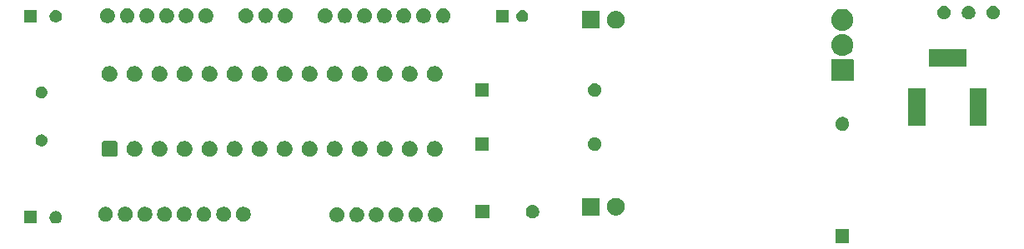
<source format=gbs>
G04 #@! TF.GenerationSoftware,KiCad,Pcbnew,9.0.3*
G04 #@! TF.CreationDate,2025-08-08T01:45:00-07:00*
G04 #@! TF.ProjectId,Untitled,556e7469-746c-4656-942e-6b696361645f,rev?*
G04 #@! TF.SameCoordinates,Original*
G04 #@! TF.FileFunction,Soldermask,Bot*
G04 #@! TF.FilePolarity,Negative*
%FSLAX46Y46*%
G04 Gerber Fmt 4.6, Leading zero omitted, Abs format (unit mm)*
G04 Created by KiCad (PCBNEW 9.0.3) date 2025-08-08 01:45:00*
%MOMM*%
%LPD*%
G01*
G04 APERTURE LIST*
G04 APERTURE END LIST*
G36*
X176843500Y-117575500D02*
G01*
X175446500Y-117575500D01*
X175446500Y-116178500D01*
X176843500Y-116178500D01*
X176843500Y-117575500D01*
G37*
G36*
X94365000Y-115589000D02*
G01*
X93095000Y-115589000D01*
X93095000Y-114319000D01*
X94365000Y-114319000D01*
X94365000Y-115589000D01*
G37*
G36*
X96454331Y-114346343D02*
G01*
X96569337Y-114393980D01*
X96672840Y-114463138D01*
X96760862Y-114551160D01*
X96830020Y-114654663D01*
X96877657Y-114769669D01*
X96901942Y-114891759D01*
X96901942Y-115016241D01*
X96877657Y-115138331D01*
X96830020Y-115253337D01*
X96760862Y-115356840D01*
X96672840Y-115444862D01*
X96569337Y-115514020D01*
X96454331Y-115561657D01*
X96332241Y-115585942D01*
X96207759Y-115585942D01*
X96085669Y-115561657D01*
X95970663Y-115514020D01*
X95867160Y-115444862D01*
X95779138Y-115356840D01*
X95709980Y-115253337D01*
X95662343Y-115138331D01*
X95638058Y-115016241D01*
X95638058Y-114891759D01*
X95662343Y-114769669D01*
X95709980Y-114654663D01*
X95779138Y-114551160D01*
X95867160Y-114463138D01*
X95970663Y-114393980D01*
X96085669Y-114346343D01*
X96207759Y-114322058D01*
X96332241Y-114322058D01*
X96454331Y-114346343D01*
G37*
G36*
X125044455Y-113976553D02*
G01*
X125181376Y-114033268D01*
X125304601Y-114115604D01*
X125409396Y-114220399D01*
X125491732Y-114343624D01*
X125548447Y-114480545D01*
X125577360Y-114625899D01*
X125577360Y-114774101D01*
X125548447Y-114919455D01*
X125491732Y-115056376D01*
X125409396Y-115179601D01*
X125304601Y-115284396D01*
X125181376Y-115366732D01*
X125044455Y-115423447D01*
X124899101Y-115452360D01*
X124750899Y-115452360D01*
X124605545Y-115423447D01*
X124468624Y-115366732D01*
X124345399Y-115284396D01*
X124240604Y-115179601D01*
X124158268Y-115056376D01*
X124101553Y-114919455D01*
X124072640Y-114774101D01*
X124072640Y-114625899D01*
X124101553Y-114480545D01*
X124158268Y-114343624D01*
X124240604Y-114220399D01*
X124345399Y-114115604D01*
X124468624Y-114033268D01*
X124605545Y-113976553D01*
X124750899Y-113947640D01*
X124899101Y-113947640D01*
X125044455Y-113976553D01*
G37*
G36*
X127044455Y-113976553D02*
G01*
X127181376Y-114033268D01*
X127304601Y-114115604D01*
X127409396Y-114220399D01*
X127491732Y-114343624D01*
X127548447Y-114480545D01*
X127577360Y-114625899D01*
X127577360Y-114774101D01*
X127548447Y-114919455D01*
X127491732Y-115056376D01*
X127409396Y-115179601D01*
X127304601Y-115284396D01*
X127181376Y-115366732D01*
X127044455Y-115423447D01*
X126899101Y-115452360D01*
X126750899Y-115452360D01*
X126605545Y-115423447D01*
X126468624Y-115366732D01*
X126345399Y-115284396D01*
X126240604Y-115179601D01*
X126158268Y-115056376D01*
X126101553Y-114919455D01*
X126072640Y-114774101D01*
X126072640Y-114625899D01*
X126101553Y-114480545D01*
X126158268Y-114343624D01*
X126240604Y-114220399D01*
X126345399Y-114115604D01*
X126468624Y-114033268D01*
X126605545Y-113976553D01*
X126750899Y-113947640D01*
X126899101Y-113947640D01*
X127044455Y-113976553D01*
G37*
G36*
X129044455Y-113976553D02*
G01*
X129181376Y-114033268D01*
X129304601Y-114115604D01*
X129409396Y-114220399D01*
X129491732Y-114343624D01*
X129548447Y-114480545D01*
X129577360Y-114625899D01*
X129577360Y-114774101D01*
X129548447Y-114919455D01*
X129491732Y-115056376D01*
X129409396Y-115179601D01*
X129304601Y-115284396D01*
X129181376Y-115366732D01*
X129044455Y-115423447D01*
X128899101Y-115452360D01*
X128750899Y-115452360D01*
X128605545Y-115423447D01*
X128468624Y-115366732D01*
X128345399Y-115284396D01*
X128240604Y-115179601D01*
X128158268Y-115056376D01*
X128101553Y-114919455D01*
X128072640Y-114774101D01*
X128072640Y-114625899D01*
X128101553Y-114480545D01*
X128158268Y-114343624D01*
X128240604Y-114220399D01*
X128345399Y-114115604D01*
X128468624Y-114033268D01*
X128605545Y-113976553D01*
X128750899Y-113947640D01*
X128899101Y-113947640D01*
X129044455Y-113976553D01*
G37*
G36*
X131044455Y-113976553D02*
G01*
X131181376Y-114033268D01*
X131304601Y-114115604D01*
X131409396Y-114220399D01*
X131491732Y-114343624D01*
X131548447Y-114480545D01*
X131577360Y-114625899D01*
X131577360Y-114774101D01*
X131548447Y-114919455D01*
X131491732Y-115056376D01*
X131409396Y-115179601D01*
X131304601Y-115284396D01*
X131181376Y-115366732D01*
X131044455Y-115423447D01*
X130899101Y-115452360D01*
X130750899Y-115452360D01*
X130605545Y-115423447D01*
X130468624Y-115366732D01*
X130345399Y-115284396D01*
X130240604Y-115179601D01*
X130158268Y-115056376D01*
X130101553Y-114919455D01*
X130072640Y-114774101D01*
X130072640Y-114625899D01*
X130101553Y-114480545D01*
X130158268Y-114343624D01*
X130240604Y-114220399D01*
X130345399Y-114115604D01*
X130468624Y-114033268D01*
X130605545Y-113976553D01*
X130750899Y-113947640D01*
X130899101Y-113947640D01*
X131044455Y-113976553D01*
G37*
G36*
X133044455Y-113976553D02*
G01*
X133181376Y-114033268D01*
X133304601Y-114115604D01*
X133409396Y-114220399D01*
X133491732Y-114343624D01*
X133548447Y-114480545D01*
X133577360Y-114625899D01*
X133577360Y-114774101D01*
X133548447Y-114919455D01*
X133491732Y-115056376D01*
X133409396Y-115179601D01*
X133304601Y-115284396D01*
X133181376Y-115366732D01*
X133044455Y-115423447D01*
X132899101Y-115452360D01*
X132750899Y-115452360D01*
X132605545Y-115423447D01*
X132468624Y-115366732D01*
X132345399Y-115284396D01*
X132240604Y-115179601D01*
X132158268Y-115056376D01*
X132101553Y-114919455D01*
X132072640Y-114774101D01*
X132072640Y-114625899D01*
X132101553Y-114480545D01*
X132158268Y-114343624D01*
X132240604Y-114220399D01*
X132345399Y-114115604D01*
X132468624Y-114033268D01*
X132605545Y-113976553D01*
X132750899Y-113947640D01*
X132899101Y-113947640D01*
X133044455Y-113976553D01*
G37*
G36*
X135044455Y-113976553D02*
G01*
X135181376Y-114033268D01*
X135304601Y-114115604D01*
X135409396Y-114220399D01*
X135491732Y-114343624D01*
X135548447Y-114480545D01*
X135577360Y-114625899D01*
X135577360Y-114774101D01*
X135548447Y-114919455D01*
X135491732Y-115056376D01*
X135409396Y-115179601D01*
X135304601Y-115284396D01*
X135181376Y-115366732D01*
X135044455Y-115423447D01*
X134899101Y-115452360D01*
X134750899Y-115452360D01*
X134605545Y-115423447D01*
X134468624Y-115366732D01*
X134345399Y-115284396D01*
X134240604Y-115179601D01*
X134158268Y-115056376D01*
X134101553Y-114919455D01*
X134072640Y-114774101D01*
X134072640Y-114625899D01*
X134101553Y-114480545D01*
X134158268Y-114343624D01*
X134240604Y-114220399D01*
X134345399Y-114115604D01*
X134468624Y-114033268D01*
X134605545Y-113976553D01*
X134750899Y-113947640D01*
X134899101Y-113947640D01*
X135044455Y-113976553D01*
G37*
G36*
X101544455Y-113910553D02*
G01*
X101681376Y-113967268D01*
X101804601Y-114049604D01*
X101909396Y-114154399D01*
X101991732Y-114277624D01*
X102048447Y-114414545D01*
X102077360Y-114559899D01*
X102077360Y-114708101D01*
X102048447Y-114853455D01*
X101991732Y-114990376D01*
X101909396Y-115113601D01*
X101804601Y-115218396D01*
X101681376Y-115300732D01*
X101544455Y-115357447D01*
X101399101Y-115386360D01*
X101250899Y-115386360D01*
X101105545Y-115357447D01*
X100968624Y-115300732D01*
X100845399Y-115218396D01*
X100740604Y-115113601D01*
X100658268Y-114990376D01*
X100601553Y-114853455D01*
X100572640Y-114708101D01*
X100572640Y-114559899D01*
X100601553Y-114414545D01*
X100658268Y-114277624D01*
X100740604Y-114154399D01*
X100845399Y-114049604D01*
X100968624Y-113967268D01*
X101105545Y-113910553D01*
X101250899Y-113881640D01*
X101399101Y-113881640D01*
X101544455Y-113910553D01*
G37*
G36*
X103544455Y-113910553D02*
G01*
X103681376Y-113967268D01*
X103804601Y-114049604D01*
X103909396Y-114154399D01*
X103991732Y-114277624D01*
X104048447Y-114414545D01*
X104077360Y-114559899D01*
X104077360Y-114708101D01*
X104048447Y-114853455D01*
X103991732Y-114990376D01*
X103909396Y-115113601D01*
X103804601Y-115218396D01*
X103681376Y-115300732D01*
X103544455Y-115357447D01*
X103399101Y-115386360D01*
X103250899Y-115386360D01*
X103105545Y-115357447D01*
X102968624Y-115300732D01*
X102845399Y-115218396D01*
X102740604Y-115113601D01*
X102658268Y-114990376D01*
X102601553Y-114853455D01*
X102572640Y-114708101D01*
X102572640Y-114559899D01*
X102601553Y-114414545D01*
X102658268Y-114277624D01*
X102740604Y-114154399D01*
X102845399Y-114049604D01*
X102968624Y-113967268D01*
X103105545Y-113910553D01*
X103250899Y-113881640D01*
X103399101Y-113881640D01*
X103544455Y-113910553D01*
G37*
G36*
X105544455Y-113910553D02*
G01*
X105681376Y-113967268D01*
X105804601Y-114049604D01*
X105909396Y-114154399D01*
X105991732Y-114277624D01*
X106048447Y-114414545D01*
X106077360Y-114559899D01*
X106077360Y-114708101D01*
X106048447Y-114853455D01*
X105991732Y-114990376D01*
X105909396Y-115113601D01*
X105804601Y-115218396D01*
X105681376Y-115300732D01*
X105544455Y-115357447D01*
X105399101Y-115386360D01*
X105250899Y-115386360D01*
X105105545Y-115357447D01*
X104968624Y-115300732D01*
X104845399Y-115218396D01*
X104740604Y-115113601D01*
X104658268Y-114990376D01*
X104601553Y-114853455D01*
X104572640Y-114708101D01*
X104572640Y-114559899D01*
X104601553Y-114414545D01*
X104658268Y-114277624D01*
X104740604Y-114154399D01*
X104845399Y-114049604D01*
X104968624Y-113967268D01*
X105105545Y-113910553D01*
X105250899Y-113881640D01*
X105399101Y-113881640D01*
X105544455Y-113910553D01*
G37*
G36*
X107544455Y-113910553D02*
G01*
X107681376Y-113967268D01*
X107804601Y-114049604D01*
X107909396Y-114154399D01*
X107991732Y-114277624D01*
X108048447Y-114414545D01*
X108077360Y-114559899D01*
X108077360Y-114708101D01*
X108048447Y-114853455D01*
X107991732Y-114990376D01*
X107909396Y-115113601D01*
X107804601Y-115218396D01*
X107681376Y-115300732D01*
X107544455Y-115357447D01*
X107399101Y-115386360D01*
X107250899Y-115386360D01*
X107105545Y-115357447D01*
X106968624Y-115300732D01*
X106845399Y-115218396D01*
X106740604Y-115113601D01*
X106658268Y-114990376D01*
X106601553Y-114853455D01*
X106572640Y-114708101D01*
X106572640Y-114559899D01*
X106601553Y-114414545D01*
X106658268Y-114277624D01*
X106740604Y-114154399D01*
X106845399Y-114049604D01*
X106968624Y-113967268D01*
X107105545Y-113910553D01*
X107250899Y-113881640D01*
X107399101Y-113881640D01*
X107544455Y-113910553D01*
G37*
G36*
X109544455Y-113910553D02*
G01*
X109681376Y-113967268D01*
X109804601Y-114049604D01*
X109909396Y-114154399D01*
X109991732Y-114277624D01*
X110048447Y-114414545D01*
X110077360Y-114559899D01*
X110077360Y-114708101D01*
X110048447Y-114853455D01*
X109991732Y-114990376D01*
X109909396Y-115113601D01*
X109804601Y-115218396D01*
X109681376Y-115300732D01*
X109544455Y-115357447D01*
X109399101Y-115386360D01*
X109250899Y-115386360D01*
X109105545Y-115357447D01*
X108968624Y-115300732D01*
X108845399Y-115218396D01*
X108740604Y-115113601D01*
X108658268Y-114990376D01*
X108601553Y-114853455D01*
X108572640Y-114708101D01*
X108572640Y-114559899D01*
X108601553Y-114414545D01*
X108658268Y-114277624D01*
X108740604Y-114154399D01*
X108845399Y-114049604D01*
X108968624Y-113967268D01*
X109105545Y-113910553D01*
X109250899Y-113881640D01*
X109399101Y-113881640D01*
X109544455Y-113910553D01*
G37*
G36*
X111544455Y-113910553D02*
G01*
X111681376Y-113967268D01*
X111804601Y-114049604D01*
X111909396Y-114154399D01*
X111991732Y-114277624D01*
X112048447Y-114414545D01*
X112077360Y-114559899D01*
X112077360Y-114708101D01*
X112048447Y-114853455D01*
X111991732Y-114990376D01*
X111909396Y-115113601D01*
X111804601Y-115218396D01*
X111681376Y-115300732D01*
X111544455Y-115357447D01*
X111399101Y-115386360D01*
X111250899Y-115386360D01*
X111105545Y-115357447D01*
X110968624Y-115300732D01*
X110845399Y-115218396D01*
X110740604Y-115113601D01*
X110658268Y-114990376D01*
X110601553Y-114853455D01*
X110572640Y-114708101D01*
X110572640Y-114559899D01*
X110601553Y-114414545D01*
X110658268Y-114277624D01*
X110740604Y-114154399D01*
X110845399Y-114049604D01*
X110968624Y-113967268D01*
X111105545Y-113910553D01*
X111250899Y-113881640D01*
X111399101Y-113881640D01*
X111544455Y-113910553D01*
G37*
G36*
X113544455Y-113910553D02*
G01*
X113681376Y-113967268D01*
X113804601Y-114049604D01*
X113909396Y-114154399D01*
X113991732Y-114277624D01*
X114048447Y-114414545D01*
X114077360Y-114559899D01*
X114077360Y-114708101D01*
X114048447Y-114853455D01*
X113991732Y-114990376D01*
X113909396Y-115113601D01*
X113804601Y-115218396D01*
X113681376Y-115300732D01*
X113544455Y-115357447D01*
X113399101Y-115386360D01*
X113250899Y-115386360D01*
X113105545Y-115357447D01*
X112968624Y-115300732D01*
X112845399Y-115218396D01*
X112740604Y-115113601D01*
X112658268Y-114990376D01*
X112601553Y-114853455D01*
X112572640Y-114708101D01*
X112572640Y-114559899D01*
X112601553Y-114414545D01*
X112658268Y-114277624D01*
X112740604Y-114154399D01*
X112845399Y-114049604D01*
X112968624Y-113967268D01*
X113105545Y-113910553D01*
X113250899Y-113881640D01*
X113399101Y-113881640D01*
X113544455Y-113910553D01*
G37*
G36*
X115544455Y-113910553D02*
G01*
X115681376Y-113967268D01*
X115804601Y-114049604D01*
X115909396Y-114154399D01*
X115991732Y-114277624D01*
X116048447Y-114414545D01*
X116077360Y-114559899D01*
X116077360Y-114708101D01*
X116048447Y-114853455D01*
X115991732Y-114990376D01*
X115909396Y-115113601D01*
X115804601Y-115218396D01*
X115681376Y-115300732D01*
X115544455Y-115357447D01*
X115399101Y-115386360D01*
X115250899Y-115386360D01*
X115105545Y-115357447D01*
X114968624Y-115300732D01*
X114845399Y-115218396D01*
X114740604Y-115113601D01*
X114658268Y-114990376D01*
X114601553Y-114853455D01*
X114572640Y-114708101D01*
X114572640Y-114559899D01*
X114601553Y-114414545D01*
X114658268Y-114277624D01*
X114740604Y-114154399D01*
X114845399Y-114049604D01*
X114968624Y-113967268D01*
X115105545Y-113910553D01*
X115250899Y-113881640D01*
X115399101Y-113881640D01*
X115544455Y-113910553D01*
G37*
G36*
X140290800Y-115065800D02*
G01*
X138919200Y-115065800D01*
X138919200Y-113694200D01*
X140290800Y-113694200D01*
X140290800Y-115065800D01*
G37*
G36*
X144884077Y-113723730D02*
G01*
X145008284Y-113775178D01*
X145120067Y-113849869D01*
X145215131Y-113944933D01*
X145289822Y-114056716D01*
X145341270Y-114180923D01*
X145367498Y-114312780D01*
X145367498Y-114447220D01*
X145341270Y-114579077D01*
X145289822Y-114703284D01*
X145215131Y-114815067D01*
X145120067Y-114910131D01*
X145008284Y-114984822D01*
X144884077Y-115036270D01*
X144752220Y-115062498D01*
X144617780Y-115062498D01*
X144485923Y-115036270D01*
X144361716Y-114984822D01*
X144249933Y-114910131D01*
X144154869Y-114815067D01*
X144080178Y-114703284D01*
X144028730Y-114579077D01*
X144002502Y-114447220D01*
X144002502Y-114312780D01*
X144028730Y-114180923D01*
X144080178Y-114056716D01*
X144154869Y-113944933D01*
X144249933Y-113849869D01*
X144361716Y-113775178D01*
X144485923Y-113723730D01*
X144617780Y-113697502D01*
X144752220Y-113697502D01*
X144884077Y-113723730D01*
G37*
G36*
X151505000Y-114780000D02*
G01*
X149705000Y-114780000D01*
X149705000Y-112980000D01*
X151505000Y-112980000D01*
X151505000Y-114780000D01*
G37*
G36*
X153406256Y-113018754D02*
G01*
X153569257Y-113086271D01*
X153715954Y-113184291D01*
X153840709Y-113309046D01*
X153938729Y-113455743D01*
X154006246Y-113618744D01*
X154040666Y-113791785D01*
X154040666Y-113968215D01*
X154006246Y-114141256D01*
X153938729Y-114304257D01*
X153840709Y-114450954D01*
X153715954Y-114575709D01*
X153569257Y-114673729D01*
X153406256Y-114741246D01*
X153233215Y-114775666D01*
X153056785Y-114775666D01*
X152883744Y-114741246D01*
X152720743Y-114673729D01*
X152574046Y-114575709D01*
X152449291Y-114450954D01*
X152351271Y-114304257D01*
X152283754Y-114141256D01*
X152249334Y-113968215D01*
X152249334Y-113791785D01*
X152283754Y-113618744D01*
X152351271Y-113455743D01*
X152449291Y-113309046D01*
X152574046Y-113184291D01*
X152720743Y-113086271D01*
X152883744Y-113018754D01*
X153056785Y-112984334D01*
X153233215Y-112984334D01*
X153406256Y-113018754D01*
G37*
G36*
X102299850Y-107200964D02*
G01*
X102350040Y-107206787D01*
X102367189Y-107214359D01*
X102390671Y-107219030D01*
X102415810Y-107235827D01*
X102435696Y-107244608D01*
X102449277Y-107258189D01*
X102471777Y-107273223D01*
X102486810Y-107295722D01*
X102500391Y-107309303D01*
X102509170Y-107329186D01*
X102525970Y-107354329D01*
X102530641Y-107377812D01*
X102538212Y-107394959D01*
X102544033Y-107445139D01*
X102545000Y-107450000D01*
X102545000Y-108550000D01*
X102544032Y-108554863D01*
X102538212Y-108605040D01*
X102530641Y-108622185D01*
X102525970Y-108645671D01*
X102509169Y-108670815D01*
X102500391Y-108690696D01*
X102486812Y-108704274D01*
X102471777Y-108726777D01*
X102449274Y-108741812D01*
X102435696Y-108755391D01*
X102415815Y-108764169D01*
X102390671Y-108780970D01*
X102367185Y-108785641D01*
X102350040Y-108793212D01*
X102299861Y-108799032D01*
X102295000Y-108800000D01*
X101195000Y-108800000D01*
X101190138Y-108799032D01*
X101139959Y-108793212D01*
X101122812Y-108785641D01*
X101099329Y-108780970D01*
X101074186Y-108764170D01*
X101054303Y-108755391D01*
X101040722Y-108741810D01*
X101018223Y-108726777D01*
X101003189Y-108704277D01*
X100989608Y-108690696D01*
X100980827Y-108670810D01*
X100964030Y-108645671D01*
X100959359Y-108622189D01*
X100951787Y-108605040D01*
X100945964Y-108554849D01*
X100945000Y-108550000D01*
X100945000Y-107450000D01*
X100945964Y-107445150D01*
X100951787Y-107394959D01*
X100959359Y-107377808D01*
X100964030Y-107354329D01*
X100980826Y-107329191D01*
X100989608Y-107309303D01*
X101003191Y-107295719D01*
X101018223Y-107273223D01*
X101040719Y-107258191D01*
X101054303Y-107244608D01*
X101074191Y-107235826D01*
X101099329Y-107219030D01*
X101122808Y-107214359D01*
X101139959Y-107206787D01*
X101190151Y-107200964D01*
X101195000Y-107200000D01*
X102295000Y-107200000D01*
X102299850Y-107200964D01*
G37*
G36*
X104517228Y-107234448D02*
G01*
X104662117Y-107294463D01*
X104792515Y-107381592D01*
X104903408Y-107492485D01*
X104990537Y-107622883D01*
X105050552Y-107767772D01*
X105081148Y-107921586D01*
X105081148Y-108078414D01*
X105050552Y-108232228D01*
X104990537Y-108377117D01*
X104903408Y-108507515D01*
X104792515Y-108618408D01*
X104662117Y-108705537D01*
X104517228Y-108765552D01*
X104363414Y-108796148D01*
X104206586Y-108796148D01*
X104052772Y-108765552D01*
X103907883Y-108705537D01*
X103777485Y-108618408D01*
X103666592Y-108507515D01*
X103579463Y-108377117D01*
X103519448Y-108232228D01*
X103488852Y-108078414D01*
X103488852Y-107921586D01*
X103519448Y-107767772D01*
X103579463Y-107622883D01*
X103666592Y-107492485D01*
X103777485Y-107381592D01*
X103907883Y-107294463D01*
X104052772Y-107234448D01*
X104206586Y-107203852D01*
X104363414Y-107203852D01*
X104517228Y-107234448D01*
G37*
G36*
X107057228Y-107234448D02*
G01*
X107202117Y-107294463D01*
X107332515Y-107381592D01*
X107443408Y-107492485D01*
X107530537Y-107622883D01*
X107590552Y-107767772D01*
X107621148Y-107921586D01*
X107621148Y-108078414D01*
X107590552Y-108232228D01*
X107530537Y-108377117D01*
X107443408Y-108507515D01*
X107332515Y-108618408D01*
X107202117Y-108705537D01*
X107057228Y-108765552D01*
X106903414Y-108796148D01*
X106746586Y-108796148D01*
X106592772Y-108765552D01*
X106447883Y-108705537D01*
X106317485Y-108618408D01*
X106206592Y-108507515D01*
X106119463Y-108377117D01*
X106059448Y-108232228D01*
X106028852Y-108078414D01*
X106028852Y-107921586D01*
X106059448Y-107767772D01*
X106119463Y-107622883D01*
X106206592Y-107492485D01*
X106317485Y-107381592D01*
X106447883Y-107294463D01*
X106592772Y-107234448D01*
X106746586Y-107203852D01*
X106903414Y-107203852D01*
X107057228Y-107234448D01*
G37*
G36*
X109597228Y-107234448D02*
G01*
X109742117Y-107294463D01*
X109872515Y-107381592D01*
X109983408Y-107492485D01*
X110070537Y-107622883D01*
X110130552Y-107767772D01*
X110161148Y-107921586D01*
X110161148Y-108078414D01*
X110130552Y-108232228D01*
X110070537Y-108377117D01*
X109983408Y-108507515D01*
X109872515Y-108618408D01*
X109742117Y-108705537D01*
X109597228Y-108765552D01*
X109443414Y-108796148D01*
X109286586Y-108796148D01*
X109132772Y-108765552D01*
X108987883Y-108705537D01*
X108857485Y-108618408D01*
X108746592Y-108507515D01*
X108659463Y-108377117D01*
X108599448Y-108232228D01*
X108568852Y-108078414D01*
X108568852Y-107921586D01*
X108599448Y-107767772D01*
X108659463Y-107622883D01*
X108746592Y-107492485D01*
X108857485Y-107381592D01*
X108987883Y-107294463D01*
X109132772Y-107234448D01*
X109286586Y-107203852D01*
X109443414Y-107203852D01*
X109597228Y-107234448D01*
G37*
G36*
X112137228Y-107234448D02*
G01*
X112282117Y-107294463D01*
X112412515Y-107381592D01*
X112523408Y-107492485D01*
X112610537Y-107622883D01*
X112670552Y-107767772D01*
X112701148Y-107921586D01*
X112701148Y-108078414D01*
X112670552Y-108232228D01*
X112610537Y-108377117D01*
X112523408Y-108507515D01*
X112412515Y-108618408D01*
X112282117Y-108705537D01*
X112137228Y-108765552D01*
X111983414Y-108796148D01*
X111826586Y-108796148D01*
X111672772Y-108765552D01*
X111527883Y-108705537D01*
X111397485Y-108618408D01*
X111286592Y-108507515D01*
X111199463Y-108377117D01*
X111139448Y-108232228D01*
X111108852Y-108078414D01*
X111108852Y-107921586D01*
X111139448Y-107767772D01*
X111199463Y-107622883D01*
X111286592Y-107492485D01*
X111397485Y-107381592D01*
X111527883Y-107294463D01*
X111672772Y-107234448D01*
X111826586Y-107203852D01*
X111983414Y-107203852D01*
X112137228Y-107234448D01*
G37*
G36*
X114677228Y-107234448D02*
G01*
X114822117Y-107294463D01*
X114952515Y-107381592D01*
X115063408Y-107492485D01*
X115150537Y-107622883D01*
X115210552Y-107767772D01*
X115241148Y-107921586D01*
X115241148Y-108078414D01*
X115210552Y-108232228D01*
X115150537Y-108377117D01*
X115063408Y-108507515D01*
X114952515Y-108618408D01*
X114822117Y-108705537D01*
X114677228Y-108765552D01*
X114523414Y-108796148D01*
X114366586Y-108796148D01*
X114212772Y-108765552D01*
X114067883Y-108705537D01*
X113937485Y-108618408D01*
X113826592Y-108507515D01*
X113739463Y-108377117D01*
X113679448Y-108232228D01*
X113648852Y-108078414D01*
X113648852Y-107921586D01*
X113679448Y-107767772D01*
X113739463Y-107622883D01*
X113826592Y-107492485D01*
X113937485Y-107381592D01*
X114067883Y-107294463D01*
X114212772Y-107234448D01*
X114366586Y-107203852D01*
X114523414Y-107203852D01*
X114677228Y-107234448D01*
G37*
G36*
X117217228Y-107234448D02*
G01*
X117362117Y-107294463D01*
X117492515Y-107381592D01*
X117603408Y-107492485D01*
X117690537Y-107622883D01*
X117750552Y-107767772D01*
X117781148Y-107921586D01*
X117781148Y-108078414D01*
X117750552Y-108232228D01*
X117690537Y-108377117D01*
X117603408Y-108507515D01*
X117492515Y-108618408D01*
X117362117Y-108705537D01*
X117217228Y-108765552D01*
X117063414Y-108796148D01*
X116906586Y-108796148D01*
X116752772Y-108765552D01*
X116607883Y-108705537D01*
X116477485Y-108618408D01*
X116366592Y-108507515D01*
X116279463Y-108377117D01*
X116219448Y-108232228D01*
X116188852Y-108078414D01*
X116188852Y-107921586D01*
X116219448Y-107767772D01*
X116279463Y-107622883D01*
X116366592Y-107492485D01*
X116477485Y-107381592D01*
X116607883Y-107294463D01*
X116752772Y-107234448D01*
X116906586Y-107203852D01*
X117063414Y-107203852D01*
X117217228Y-107234448D01*
G37*
G36*
X119757228Y-107234448D02*
G01*
X119902117Y-107294463D01*
X120032515Y-107381592D01*
X120143408Y-107492485D01*
X120230537Y-107622883D01*
X120290552Y-107767772D01*
X120321148Y-107921586D01*
X120321148Y-108078414D01*
X120290552Y-108232228D01*
X120230537Y-108377117D01*
X120143408Y-108507515D01*
X120032515Y-108618408D01*
X119902117Y-108705537D01*
X119757228Y-108765552D01*
X119603414Y-108796148D01*
X119446586Y-108796148D01*
X119292772Y-108765552D01*
X119147883Y-108705537D01*
X119017485Y-108618408D01*
X118906592Y-108507515D01*
X118819463Y-108377117D01*
X118759448Y-108232228D01*
X118728852Y-108078414D01*
X118728852Y-107921586D01*
X118759448Y-107767772D01*
X118819463Y-107622883D01*
X118906592Y-107492485D01*
X119017485Y-107381592D01*
X119147883Y-107294463D01*
X119292772Y-107234448D01*
X119446586Y-107203852D01*
X119603414Y-107203852D01*
X119757228Y-107234448D01*
G37*
G36*
X122297228Y-107234448D02*
G01*
X122442117Y-107294463D01*
X122572515Y-107381592D01*
X122683408Y-107492485D01*
X122770537Y-107622883D01*
X122830552Y-107767772D01*
X122861148Y-107921586D01*
X122861148Y-108078414D01*
X122830552Y-108232228D01*
X122770537Y-108377117D01*
X122683408Y-108507515D01*
X122572515Y-108618408D01*
X122442117Y-108705537D01*
X122297228Y-108765552D01*
X122143414Y-108796148D01*
X121986586Y-108796148D01*
X121832772Y-108765552D01*
X121687883Y-108705537D01*
X121557485Y-108618408D01*
X121446592Y-108507515D01*
X121359463Y-108377117D01*
X121299448Y-108232228D01*
X121268852Y-108078414D01*
X121268852Y-107921586D01*
X121299448Y-107767772D01*
X121359463Y-107622883D01*
X121446592Y-107492485D01*
X121557485Y-107381592D01*
X121687883Y-107294463D01*
X121832772Y-107234448D01*
X121986586Y-107203852D01*
X122143414Y-107203852D01*
X122297228Y-107234448D01*
G37*
G36*
X124837228Y-107234448D02*
G01*
X124982117Y-107294463D01*
X125112515Y-107381592D01*
X125223408Y-107492485D01*
X125310537Y-107622883D01*
X125370552Y-107767772D01*
X125401148Y-107921586D01*
X125401148Y-108078414D01*
X125370552Y-108232228D01*
X125310537Y-108377117D01*
X125223408Y-108507515D01*
X125112515Y-108618408D01*
X124982117Y-108705537D01*
X124837228Y-108765552D01*
X124683414Y-108796148D01*
X124526586Y-108796148D01*
X124372772Y-108765552D01*
X124227883Y-108705537D01*
X124097485Y-108618408D01*
X123986592Y-108507515D01*
X123899463Y-108377117D01*
X123839448Y-108232228D01*
X123808852Y-108078414D01*
X123808852Y-107921586D01*
X123839448Y-107767772D01*
X123899463Y-107622883D01*
X123986592Y-107492485D01*
X124097485Y-107381592D01*
X124227883Y-107294463D01*
X124372772Y-107234448D01*
X124526586Y-107203852D01*
X124683414Y-107203852D01*
X124837228Y-107234448D01*
G37*
G36*
X127377228Y-107234448D02*
G01*
X127522117Y-107294463D01*
X127652515Y-107381592D01*
X127763408Y-107492485D01*
X127850537Y-107622883D01*
X127910552Y-107767772D01*
X127941148Y-107921586D01*
X127941148Y-108078414D01*
X127910552Y-108232228D01*
X127850537Y-108377117D01*
X127763408Y-108507515D01*
X127652515Y-108618408D01*
X127522117Y-108705537D01*
X127377228Y-108765552D01*
X127223414Y-108796148D01*
X127066586Y-108796148D01*
X126912772Y-108765552D01*
X126767883Y-108705537D01*
X126637485Y-108618408D01*
X126526592Y-108507515D01*
X126439463Y-108377117D01*
X126379448Y-108232228D01*
X126348852Y-108078414D01*
X126348852Y-107921586D01*
X126379448Y-107767772D01*
X126439463Y-107622883D01*
X126526592Y-107492485D01*
X126637485Y-107381592D01*
X126767883Y-107294463D01*
X126912772Y-107234448D01*
X127066586Y-107203852D01*
X127223414Y-107203852D01*
X127377228Y-107234448D01*
G37*
G36*
X129917228Y-107234448D02*
G01*
X130062117Y-107294463D01*
X130192515Y-107381592D01*
X130303408Y-107492485D01*
X130390537Y-107622883D01*
X130450552Y-107767772D01*
X130481148Y-107921586D01*
X130481148Y-108078414D01*
X130450552Y-108232228D01*
X130390537Y-108377117D01*
X130303408Y-108507515D01*
X130192515Y-108618408D01*
X130062117Y-108705537D01*
X129917228Y-108765552D01*
X129763414Y-108796148D01*
X129606586Y-108796148D01*
X129452772Y-108765552D01*
X129307883Y-108705537D01*
X129177485Y-108618408D01*
X129066592Y-108507515D01*
X128979463Y-108377117D01*
X128919448Y-108232228D01*
X128888852Y-108078414D01*
X128888852Y-107921586D01*
X128919448Y-107767772D01*
X128979463Y-107622883D01*
X129066592Y-107492485D01*
X129177485Y-107381592D01*
X129307883Y-107294463D01*
X129452772Y-107234448D01*
X129606586Y-107203852D01*
X129763414Y-107203852D01*
X129917228Y-107234448D01*
G37*
G36*
X132457228Y-107234448D02*
G01*
X132602117Y-107294463D01*
X132732515Y-107381592D01*
X132843408Y-107492485D01*
X132930537Y-107622883D01*
X132990552Y-107767772D01*
X133021148Y-107921586D01*
X133021148Y-108078414D01*
X132990552Y-108232228D01*
X132930537Y-108377117D01*
X132843408Y-108507515D01*
X132732515Y-108618408D01*
X132602117Y-108705537D01*
X132457228Y-108765552D01*
X132303414Y-108796148D01*
X132146586Y-108796148D01*
X131992772Y-108765552D01*
X131847883Y-108705537D01*
X131717485Y-108618408D01*
X131606592Y-108507515D01*
X131519463Y-108377117D01*
X131459448Y-108232228D01*
X131428852Y-108078414D01*
X131428852Y-107921586D01*
X131459448Y-107767772D01*
X131519463Y-107622883D01*
X131606592Y-107492485D01*
X131717485Y-107381592D01*
X131847883Y-107294463D01*
X131992772Y-107234448D01*
X132146586Y-107203852D01*
X132303414Y-107203852D01*
X132457228Y-107234448D01*
G37*
G36*
X134997228Y-107234448D02*
G01*
X135142117Y-107294463D01*
X135272515Y-107381592D01*
X135383408Y-107492485D01*
X135470537Y-107622883D01*
X135530552Y-107767772D01*
X135561148Y-107921586D01*
X135561148Y-108078414D01*
X135530552Y-108232228D01*
X135470537Y-108377117D01*
X135383408Y-108507515D01*
X135272515Y-108618408D01*
X135142117Y-108705537D01*
X134997228Y-108765552D01*
X134843414Y-108796148D01*
X134686586Y-108796148D01*
X134532772Y-108765552D01*
X134387883Y-108705537D01*
X134257485Y-108618408D01*
X134146592Y-108507515D01*
X134059463Y-108377117D01*
X133999448Y-108232228D01*
X133968852Y-108078414D01*
X133968852Y-107921586D01*
X133999448Y-107767772D01*
X134059463Y-107622883D01*
X134146592Y-107492485D01*
X134257485Y-107381592D01*
X134387883Y-107294463D01*
X134532772Y-107234448D01*
X134686586Y-107203852D01*
X134843414Y-107203852D01*
X134997228Y-107234448D01*
G37*
G36*
X140268500Y-108198500D02*
G01*
X138871500Y-108198500D01*
X138871500Y-106801500D01*
X140268500Y-106801500D01*
X140268500Y-108198500D01*
G37*
G36*
X151202764Y-106831577D02*
G01*
X151329271Y-106883978D01*
X151443124Y-106960052D01*
X151539948Y-107056876D01*
X151616022Y-107170729D01*
X151668423Y-107297236D01*
X151695137Y-107431535D01*
X151695137Y-107568465D01*
X151668423Y-107702764D01*
X151616022Y-107829271D01*
X151539948Y-107943124D01*
X151443124Y-108039948D01*
X151329271Y-108116022D01*
X151202764Y-108168423D01*
X151068465Y-108195137D01*
X150931535Y-108195137D01*
X150797236Y-108168423D01*
X150670729Y-108116022D01*
X150556876Y-108039948D01*
X150460052Y-107943124D01*
X150383978Y-107829271D01*
X150331577Y-107702764D01*
X150304863Y-107568465D01*
X150304863Y-107431535D01*
X150331577Y-107297236D01*
X150383978Y-107170729D01*
X150460052Y-107056876D01*
X150556876Y-106960052D01*
X150670729Y-106883978D01*
X150797236Y-106831577D01*
X150931535Y-106804863D01*
X151068465Y-106804863D01*
X151202764Y-106831577D01*
G37*
G36*
X94894251Y-106533680D02*
G01*
X94904034Y-106533680D01*
X94932214Y-106541230D01*
X95000680Y-106554849D01*
X95033001Y-106568236D01*
X95056715Y-106574591D01*
X95077975Y-106586865D01*
X95110295Y-106600253D01*
X95168348Y-106639043D01*
X95193605Y-106653625D01*
X95200517Y-106660537D01*
X95208938Y-106666164D01*
X95292835Y-106750061D01*
X95298461Y-106758481D01*
X95305375Y-106765395D01*
X95319958Y-106790654D01*
X95358746Y-106848704D01*
X95372132Y-106881020D01*
X95384409Y-106902285D01*
X95390764Y-106926002D01*
X95404150Y-106958319D01*
X95417767Y-107026780D01*
X95425320Y-107054966D01*
X95425320Y-107064748D01*
X95427295Y-107074678D01*
X95427295Y-107193321D01*
X95425320Y-107203250D01*
X95425320Y-107213034D01*
X95417766Y-107241222D01*
X95404150Y-107309680D01*
X95390764Y-107341994D01*
X95384409Y-107365715D01*
X95372130Y-107386981D01*
X95358746Y-107419295D01*
X95319963Y-107477337D01*
X95305375Y-107502605D01*
X95298459Y-107509520D01*
X95292835Y-107517938D01*
X95208938Y-107601835D01*
X95200520Y-107607459D01*
X95193605Y-107614375D01*
X95168337Y-107628963D01*
X95110295Y-107667746D01*
X95077981Y-107681130D01*
X95056715Y-107693409D01*
X95032994Y-107699764D01*
X95000680Y-107713150D01*
X94932220Y-107726767D01*
X94904034Y-107734320D01*
X94894251Y-107734320D01*
X94884322Y-107736295D01*
X94765678Y-107736295D01*
X94755749Y-107734320D01*
X94745966Y-107734320D01*
X94717780Y-107726767D01*
X94649319Y-107713150D01*
X94617002Y-107699764D01*
X94593285Y-107693409D01*
X94572020Y-107681132D01*
X94539704Y-107667746D01*
X94481654Y-107628958D01*
X94456395Y-107614375D01*
X94449481Y-107607461D01*
X94441061Y-107601835D01*
X94357164Y-107517938D01*
X94351537Y-107509517D01*
X94344625Y-107502605D01*
X94330043Y-107477348D01*
X94291253Y-107419295D01*
X94277865Y-107386975D01*
X94265591Y-107365715D01*
X94259236Y-107342001D01*
X94245849Y-107309680D01*
X94232231Y-107241216D01*
X94224680Y-107213034D01*
X94224680Y-107203250D01*
X94222705Y-107193321D01*
X94222705Y-107074678D01*
X94224680Y-107064748D01*
X94224680Y-107054966D01*
X94232230Y-107026786D01*
X94245849Y-106958319D01*
X94259237Y-106925996D01*
X94265591Y-106902285D01*
X94277864Y-106881027D01*
X94291253Y-106848704D01*
X94330047Y-106790643D01*
X94344625Y-106765395D01*
X94351535Y-106758484D01*
X94357164Y-106750061D01*
X94441061Y-106666164D01*
X94449484Y-106660535D01*
X94456395Y-106653625D01*
X94481643Y-106639047D01*
X94539704Y-106600253D01*
X94572027Y-106586864D01*
X94593285Y-106574591D01*
X94616996Y-106568237D01*
X94649319Y-106554849D01*
X94717786Y-106541230D01*
X94745966Y-106533680D01*
X94755748Y-106533680D01*
X94765678Y-106531705D01*
X94884322Y-106531705D01*
X94894251Y-106533680D01*
G37*
G36*
X176347764Y-104778577D02*
G01*
X176474271Y-104830978D01*
X176588124Y-104907052D01*
X176684948Y-105003876D01*
X176761022Y-105117729D01*
X176813423Y-105244236D01*
X176840137Y-105378535D01*
X176840137Y-105515465D01*
X176813423Y-105649764D01*
X176761022Y-105776271D01*
X176684948Y-105890124D01*
X176588124Y-105986948D01*
X176474271Y-106063022D01*
X176347764Y-106115423D01*
X176213465Y-106142137D01*
X176076535Y-106142137D01*
X175942236Y-106115423D01*
X175815729Y-106063022D01*
X175701876Y-105986948D01*
X175605052Y-105890124D01*
X175528978Y-105776271D01*
X175476577Y-105649764D01*
X175449863Y-105515465D01*
X175449863Y-105378535D01*
X175476577Y-105244236D01*
X175528978Y-105117729D01*
X175605052Y-105003876D01*
X175701876Y-104907052D01*
X175815729Y-104830978D01*
X175942236Y-104778577D01*
X176076535Y-104751863D01*
X176213465Y-104751863D01*
X176347764Y-104778577D01*
G37*
G36*
X184598000Y-105662000D02*
G01*
X182848000Y-105662000D01*
X182848000Y-101862000D01*
X184598000Y-101862000D01*
X184598000Y-105662000D01*
G37*
G36*
X190798000Y-105662000D02*
G01*
X189048000Y-105662000D01*
X189048000Y-101862000D01*
X190798000Y-101862000D01*
X190798000Y-105662000D01*
G37*
G36*
X94894251Y-101653680D02*
G01*
X94904034Y-101653680D01*
X94932214Y-101661230D01*
X95000680Y-101674849D01*
X95033001Y-101688236D01*
X95056715Y-101694591D01*
X95077975Y-101706865D01*
X95110295Y-101720253D01*
X95168348Y-101759043D01*
X95193605Y-101773625D01*
X95200517Y-101780537D01*
X95208938Y-101786164D01*
X95292835Y-101870061D01*
X95298461Y-101878481D01*
X95305375Y-101885395D01*
X95319958Y-101910654D01*
X95358746Y-101968704D01*
X95372132Y-102001020D01*
X95384409Y-102022285D01*
X95390764Y-102046002D01*
X95404150Y-102078319D01*
X95417767Y-102146780D01*
X95425320Y-102174966D01*
X95425320Y-102184748D01*
X95427295Y-102194678D01*
X95427295Y-102313321D01*
X95425320Y-102323250D01*
X95425320Y-102333034D01*
X95417766Y-102361222D01*
X95404150Y-102429680D01*
X95390764Y-102461994D01*
X95384409Y-102485715D01*
X95372130Y-102506981D01*
X95358746Y-102539295D01*
X95319963Y-102597337D01*
X95305375Y-102622605D01*
X95298459Y-102629520D01*
X95292835Y-102637938D01*
X95208938Y-102721835D01*
X95200520Y-102727459D01*
X95193605Y-102734375D01*
X95168337Y-102748963D01*
X95110295Y-102787746D01*
X95077981Y-102801130D01*
X95056715Y-102813409D01*
X95032994Y-102819764D01*
X95000680Y-102833150D01*
X94932220Y-102846767D01*
X94904034Y-102854320D01*
X94894251Y-102854320D01*
X94884322Y-102856295D01*
X94765678Y-102856295D01*
X94755749Y-102854320D01*
X94745966Y-102854320D01*
X94717780Y-102846767D01*
X94649319Y-102833150D01*
X94617002Y-102819764D01*
X94593285Y-102813409D01*
X94572020Y-102801132D01*
X94539704Y-102787746D01*
X94481654Y-102748958D01*
X94456395Y-102734375D01*
X94449481Y-102727461D01*
X94441061Y-102721835D01*
X94357164Y-102637938D01*
X94351537Y-102629517D01*
X94344625Y-102622605D01*
X94330043Y-102597348D01*
X94291253Y-102539295D01*
X94277865Y-102506975D01*
X94265591Y-102485715D01*
X94259236Y-102462001D01*
X94245849Y-102429680D01*
X94232231Y-102361216D01*
X94224680Y-102333034D01*
X94224680Y-102323250D01*
X94222705Y-102313321D01*
X94222705Y-102194678D01*
X94224680Y-102184748D01*
X94224680Y-102174966D01*
X94232230Y-102146786D01*
X94245849Y-102078319D01*
X94259237Y-102045996D01*
X94265591Y-102022285D01*
X94277864Y-102001027D01*
X94291253Y-101968704D01*
X94330047Y-101910643D01*
X94344625Y-101885395D01*
X94351535Y-101878484D01*
X94357164Y-101870061D01*
X94441061Y-101786164D01*
X94449484Y-101780535D01*
X94456395Y-101773625D01*
X94481643Y-101759047D01*
X94539704Y-101720253D01*
X94572027Y-101706864D01*
X94593285Y-101694591D01*
X94616996Y-101688237D01*
X94649319Y-101674849D01*
X94717786Y-101661230D01*
X94745966Y-101653680D01*
X94755748Y-101653680D01*
X94765678Y-101651705D01*
X94884322Y-101651705D01*
X94894251Y-101653680D01*
G37*
G36*
X140268500Y-102698500D02*
G01*
X138871500Y-102698500D01*
X138871500Y-101301500D01*
X140268500Y-101301500D01*
X140268500Y-102698500D01*
G37*
G36*
X151202764Y-101331577D02*
G01*
X151329271Y-101383978D01*
X151443124Y-101460052D01*
X151539948Y-101556876D01*
X151616022Y-101670729D01*
X151668423Y-101797236D01*
X151695137Y-101931535D01*
X151695137Y-102068465D01*
X151668423Y-102202764D01*
X151616022Y-102329271D01*
X151539948Y-102443124D01*
X151443124Y-102539948D01*
X151329271Y-102616022D01*
X151202764Y-102668423D01*
X151068465Y-102695137D01*
X150931535Y-102695137D01*
X150797236Y-102668423D01*
X150670729Y-102616022D01*
X150556876Y-102539948D01*
X150460052Y-102443124D01*
X150383978Y-102329271D01*
X150331577Y-102202764D01*
X150304863Y-102068465D01*
X150304863Y-101931535D01*
X150331577Y-101797236D01*
X150383978Y-101670729D01*
X150460052Y-101556876D01*
X150556876Y-101460052D01*
X150670729Y-101383978D01*
X150797236Y-101331577D01*
X150931535Y-101304863D01*
X151068465Y-101304863D01*
X151202764Y-101331577D01*
G37*
G36*
X101977228Y-99614448D02*
G01*
X102122117Y-99674463D01*
X102252515Y-99761592D01*
X102363408Y-99872485D01*
X102450537Y-100002883D01*
X102510552Y-100147772D01*
X102541148Y-100301586D01*
X102541148Y-100458414D01*
X102510552Y-100612228D01*
X102450537Y-100757117D01*
X102363408Y-100887515D01*
X102252515Y-100998408D01*
X102122117Y-101085537D01*
X101977228Y-101145552D01*
X101823414Y-101176148D01*
X101666586Y-101176148D01*
X101512772Y-101145552D01*
X101367883Y-101085537D01*
X101237485Y-100998408D01*
X101126592Y-100887515D01*
X101039463Y-100757117D01*
X100979448Y-100612228D01*
X100948852Y-100458414D01*
X100948852Y-100301586D01*
X100979448Y-100147772D01*
X101039463Y-100002883D01*
X101126592Y-99872485D01*
X101237485Y-99761592D01*
X101367883Y-99674463D01*
X101512772Y-99614448D01*
X101666586Y-99583852D01*
X101823414Y-99583852D01*
X101977228Y-99614448D01*
G37*
G36*
X104517228Y-99614448D02*
G01*
X104662117Y-99674463D01*
X104792515Y-99761592D01*
X104903408Y-99872485D01*
X104990537Y-100002883D01*
X105050552Y-100147772D01*
X105081148Y-100301586D01*
X105081148Y-100458414D01*
X105050552Y-100612228D01*
X104990537Y-100757117D01*
X104903408Y-100887515D01*
X104792515Y-100998408D01*
X104662117Y-101085537D01*
X104517228Y-101145552D01*
X104363414Y-101176148D01*
X104206586Y-101176148D01*
X104052772Y-101145552D01*
X103907883Y-101085537D01*
X103777485Y-100998408D01*
X103666592Y-100887515D01*
X103579463Y-100757117D01*
X103519448Y-100612228D01*
X103488852Y-100458414D01*
X103488852Y-100301586D01*
X103519448Y-100147772D01*
X103579463Y-100002883D01*
X103666592Y-99872485D01*
X103777485Y-99761592D01*
X103907883Y-99674463D01*
X104052772Y-99614448D01*
X104206586Y-99583852D01*
X104363414Y-99583852D01*
X104517228Y-99614448D01*
G37*
G36*
X107057228Y-99614448D02*
G01*
X107202117Y-99674463D01*
X107332515Y-99761592D01*
X107443408Y-99872485D01*
X107530537Y-100002883D01*
X107590552Y-100147772D01*
X107621148Y-100301586D01*
X107621148Y-100458414D01*
X107590552Y-100612228D01*
X107530537Y-100757117D01*
X107443408Y-100887515D01*
X107332515Y-100998408D01*
X107202117Y-101085537D01*
X107057228Y-101145552D01*
X106903414Y-101176148D01*
X106746586Y-101176148D01*
X106592772Y-101145552D01*
X106447883Y-101085537D01*
X106317485Y-100998408D01*
X106206592Y-100887515D01*
X106119463Y-100757117D01*
X106059448Y-100612228D01*
X106028852Y-100458414D01*
X106028852Y-100301586D01*
X106059448Y-100147772D01*
X106119463Y-100002883D01*
X106206592Y-99872485D01*
X106317485Y-99761592D01*
X106447883Y-99674463D01*
X106592772Y-99614448D01*
X106746586Y-99583852D01*
X106903414Y-99583852D01*
X107057228Y-99614448D01*
G37*
G36*
X109597228Y-99614448D02*
G01*
X109742117Y-99674463D01*
X109872515Y-99761592D01*
X109983408Y-99872485D01*
X110070537Y-100002883D01*
X110130552Y-100147772D01*
X110161148Y-100301586D01*
X110161148Y-100458414D01*
X110130552Y-100612228D01*
X110070537Y-100757117D01*
X109983408Y-100887515D01*
X109872515Y-100998408D01*
X109742117Y-101085537D01*
X109597228Y-101145552D01*
X109443414Y-101176148D01*
X109286586Y-101176148D01*
X109132772Y-101145552D01*
X108987883Y-101085537D01*
X108857485Y-100998408D01*
X108746592Y-100887515D01*
X108659463Y-100757117D01*
X108599448Y-100612228D01*
X108568852Y-100458414D01*
X108568852Y-100301586D01*
X108599448Y-100147772D01*
X108659463Y-100002883D01*
X108746592Y-99872485D01*
X108857485Y-99761592D01*
X108987883Y-99674463D01*
X109132772Y-99614448D01*
X109286586Y-99583852D01*
X109443414Y-99583852D01*
X109597228Y-99614448D01*
G37*
G36*
X112137228Y-99614448D02*
G01*
X112282117Y-99674463D01*
X112412515Y-99761592D01*
X112523408Y-99872485D01*
X112610537Y-100002883D01*
X112670552Y-100147772D01*
X112701148Y-100301586D01*
X112701148Y-100458414D01*
X112670552Y-100612228D01*
X112610537Y-100757117D01*
X112523408Y-100887515D01*
X112412515Y-100998408D01*
X112282117Y-101085537D01*
X112137228Y-101145552D01*
X111983414Y-101176148D01*
X111826586Y-101176148D01*
X111672772Y-101145552D01*
X111527883Y-101085537D01*
X111397485Y-100998408D01*
X111286592Y-100887515D01*
X111199463Y-100757117D01*
X111139448Y-100612228D01*
X111108852Y-100458414D01*
X111108852Y-100301586D01*
X111139448Y-100147772D01*
X111199463Y-100002883D01*
X111286592Y-99872485D01*
X111397485Y-99761592D01*
X111527883Y-99674463D01*
X111672772Y-99614448D01*
X111826586Y-99583852D01*
X111983414Y-99583852D01*
X112137228Y-99614448D01*
G37*
G36*
X114677228Y-99614448D02*
G01*
X114822117Y-99674463D01*
X114952515Y-99761592D01*
X115063408Y-99872485D01*
X115150537Y-100002883D01*
X115210552Y-100147772D01*
X115241148Y-100301586D01*
X115241148Y-100458414D01*
X115210552Y-100612228D01*
X115150537Y-100757117D01*
X115063408Y-100887515D01*
X114952515Y-100998408D01*
X114822117Y-101085537D01*
X114677228Y-101145552D01*
X114523414Y-101176148D01*
X114366586Y-101176148D01*
X114212772Y-101145552D01*
X114067883Y-101085537D01*
X113937485Y-100998408D01*
X113826592Y-100887515D01*
X113739463Y-100757117D01*
X113679448Y-100612228D01*
X113648852Y-100458414D01*
X113648852Y-100301586D01*
X113679448Y-100147772D01*
X113739463Y-100002883D01*
X113826592Y-99872485D01*
X113937485Y-99761592D01*
X114067883Y-99674463D01*
X114212772Y-99614448D01*
X114366586Y-99583852D01*
X114523414Y-99583852D01*
X114677228Y-99614448D01*
G37*
G36*
X117217228Y-99614448D02*
G01*
X117362117Y-99674463D01*
X117492515Y-99761592D01*
X117603408Y-99872485D01*
X117690537Y-100002883D01*
X117750552Y-100147772D01*
X117781148Y-100301586D01*
X117781148Y-100458414D01*
X117750552Y-100612228D01*
X117690537Y-100757117D01*
X117603408Y-100887515D01*
X117492515Y-100998408D01*
X117362117Y-101085537D01*
X117217228Y-101145552D01*
X117063414Y-101176148D01*
X116906586Y-101176148D01*
X116752772Y-101145552D01*
X116607883Y-101085537D01*
X116477485Y-100998408D01*
X116366592Y-100887515D01*
X116279463Y-100757117D01*
X116219448Y-100612228D01*
X116188852Y-100458414D01*
X116188852Y-100301586D01*
X116219448Y-100147772D01*
X116279463Y-100002883D01*
X116366592Y-99872485D01*
X116477485Y-99761592D01*
X116607883Y-99674463D01*
X116752772Y-99614448D01*
X116906586Y-99583852D01*
X117063414Y-99583852D01*
X117217228Y-99614448D01*
G37*
G36*
X119757228Y-99614448D02*
G01*
X119902117Y-99674463D01*
X120032515Y-99761592D01*
X120143408Y-99872485D01*
X120230537Y-100002883D01*
X120290552Y-100147772D01*
X120321148Y-100301586D01*
X120321148Y-100458414D01*
X120290552Y-100612228D01*
X120230537Y-100757117D01*
X120143408Y-100887515D01*
X120032515Y-100998408D01*
X119902117Y-101085537D01*
X119757228Y-101145552D01*
X119603414Y-101176148D01*
X119446586Y-101176148D01*
X119292772Y-101145552D01*
X119147883Y-101085537D01*
X119017485Y-100998408D01*
X118906592Y-100887515D01*
X118819463Y-100757117D01*
X118759448Y-100612228D01*
X118728852Y-100458414D01*
X118728852Y-100301586D01*
X118759448Y-100147772D01*
X118819463Y-100002883D01*
X118906592Y-99872485D01*
X119017485Y-99761592D01*
X119147883Y-99674463D01*
X119292772Y-99614448D01*
X119446586Y-99583852D01*
X119603414Y-99583852D01*
X119757228Y-99614448D01*
G37*
G36*
X122297228Y-99614448D02*
G01*
X122442117Y-99674463D01*
X122572515Y-99761592D01*
X122683408Y-99872485D01*
X122770537Y-100002883D01*
X122830552Y-100147772D01*
X122861148Y-100301586D01*
X122861148Y-100458414D01*
X122830552Y-100612228D01*
X122770537Y-100757117D01*
X122683408Y-100887515D01*
X122572515Y-100998408D01*
X122442117Y-101085537D01*
X122297228Y-101145552D01*
X122143414Y-101176148D01*
X121986586Y-101176148D01*
X121832772Y-101145552D01*
X121687883Y-101085537D01*
X121557485Y-100998408D01*
X121446592Y-100887515D01*
X121359463Y-100757117D01*
X121299448Y-100612228D01*
X121268852Y-100458414D01*
X121268852Y-100301586D01*
X121299448Y-100147772D01*
X121359463Y-100002883D01*
X121446592Y-99872485D01*
X121557485Y-99761592D01*
X121687883Y-99674463D01*
X121832772Y-99614448D01*
X121986586Y-99583852D01*
X122143414Y-99583852D01*
X122297228Y-99614448D01*
G37*
G36*
X124837228Y-99614448D02*
G01*
X124982117Y-99674463D01*
X125112515Y-99761592D01*
X125223408Y-99872485D01*
X125310537Y-100002883D01*
X125370552Y-100147772D01*
X125401148Y-100301586D01*
X125401148Y-100458414D01*
X125370552Y-100612228D01*
X125310537Y-100757117D01*
X125223408Y-100887515D01*
X125112515Y-100998408D01*
X124982117Y-101085537D01*
X124837228Y-101145552D01*
X124683414Y-101176148D01*
X124526586Y-101176148D01*
X124372772Y-101145552D01*
X124227883Y-101085537D01*
X124097485Y-100998408D01*
X123986592Y-100887515D01*
X123899463Y-100757117D01*
X123839448Y-100612228D01*
X123808852Y-100458414D01*
X123808852Y-100301586D01*
X123839448Y-100147772D01*
X123899463Y-100002883D01*
X123986592Y-99872485D01*
X124097485Y-99761592D01*
X124227883Y-99674463D01*
X124372772Y-99614448D01*
X124526586Y-99583852D01*
X124683414Y-99583852D01*
X124837228Y-99614448D01*
G37*
G36*
X127377228Y-99614448D02*
G01*
X127522117Y-99674463D01*
X127652515Y-99761592D01*
X127763408Y-99872485D01*
X127850537Y-100002883D01*
X127910552Y-100147772D01*
X127941148Y-100301586D01*
X127941148Y-100458414D01*
X127910552Y-100612228D01*
X127850537Y-100757117D01*
X127763408Y-100887515D01*
X127652515Y-100998408D01*
X127522117Y-101085537D01*
X127377228Y-101145552D01*
X127223414Y-101176148D01*
X127066586Y-101176148D01*
X126912772Y-101145552D01*
X126767883Y-101085537D01*
X126637485Y-100998408D01*
X126526592Y-100887515D01*
X126439463Y-100757117D01*
X126379448Y-100612228D01*
X126348852Y-100458414D01*
X126348852Y-100301586D01*
X126379448Y-100147772D01*
X126439463Y-100002883D01*
X126526592Y-99872485D01*
X126637485Y-99761592D01*
X126767883Y-99674463D01*
X126912772Y-99614448D01*
X127066586Y-99583852D01*
X127223414Y-99583852D01*
X127377228Y-99614448D01*
G37*
G36*
X129917228Y-99614448D02*
G01*
X130062117Y-99674463D01*
X130192515Y-99761592D01*
X130303408Y-99872485D01*
X130390537Y-100002883D01*
X130450552Y-100147772D01*
X130481148Y-100301586D01*
X130481148Y-100458414D01*
X130450552Y-100612228D01*
X130390537Y-100757117D01*
X130303408Y-100887515D01*
X130192515Y-100998408D01*
X130062117Y-101085537D01*
X129917228Y-101145552D01*
X129763414Y-101176148D01*
X129606586Y-101176148D01*
X129452772Y-101145552D01*
X129307883Y-101085537D01*
X129177485Y-100998408D01*
X129066592Y-100887515D01*
X128979463Y-100757117D01*
X128919448Y-100612228D01*
X128888852Y-100458414D01*
X128888852Y-100301586D01*
X128919448Y-100147772D01*
X128979463Y-100002883D01*
X129066592Y-99872485D01*
X129177485Y-99761592D01*
X129307883Y-99674463D01*
X129452772Y-99614448D01*
X129606586Y-99583852D01*
X129763414Y-99583852D01*
X129917228Y-99614448D01*
G37*
G36*
X132457228Y-99614448D02*
G01*
X132602117Y-99674463D01*
X132732515Y-99761592D01*
X132843408Y-99872485D01*
X132930537Y-100002883D01*
X132990552Y-100147772D01*
X133021148Y-100301586D01*
X133021148Y-100458414D01*
X132990552Y-100612228D01*
X132930537Y-100757117D01*
X132843408Y-100887515D01*
X132732515Y-100998408D01*
X132602117Y-101085537D01*
X132457228Y-101145552D01*
X132303414Y-101176148D01*
X132146586Y-101176148D01*
X131992772Y-101145552D01*
X131847883Y-101085537D01*
X131717485Y-100998408D01*
X131606592Y-100887515D01*
X131519463Y-100757117D01*
X131459448Y-100612228D01*
X131428852Y-100458414D01*
X131428852Y-100301586D01*
X131459448Y-100147772D01*
X131519463Y-100002883D01*
X131606592Y-99872485D01*
X131717485Y-99761592D01*
X131847883Y-99674463D01*
X131992772Y-99614448D01*
X132146586Y-99583852D01*
X132303414Y-99583852D01*
X132457228Y-99614448D01*
G37*
G36*
X134997228Y-99614448D02*
G01*
X135142117Y-99674463D01*
X135272515Y-99761592D01*
X135383408Y-99872485D01*
X135470537Y-100002883D01*
X135530552Y-100147772D01*
X135561148Y-100301586D01*
X135561148Y-100458414D01*
X135530552Y-100612228D01*
X135470537Y-100757117D01*
X135383408Y-100887515D01*
X135272515Y-100998408D01*
X135142117Y-101085537D01*
X134997228Y-101145552D01*
X134843414Y-101176148D01*
X134686586Y-101176148D01*
X134532772Y-101145552D01*
X134387883Y-101085537D01*
X134257485Y-100998408D01*
X134146592Y-100887515D01*
X134059463Y-100757117D01*
X133999448Y-100612228D01*
X133968852Y-100458414D01*
X133968852Y-100301586D01*
X133999448Y-100147772D01*
X134059463Y-100002883D01*
X134146592Y-99872485D01*
X134257485Y-99761592D01*
X134387883Y-99674463D01*
X134532772Y-99614448D01*
X134686586Y-99583852D01*
X134843414Y-99583852D01*
X134997228Y-99614448D01*
G37*
G36*
X177211534Y-98858264D02*
G01*
X177244625Y-98880375D01*
X177266736Y-98913466D01*
X177274500Y-98952500D01*
X177274500Y-101007500D01*
X177266736Y-101046534D01*
X177244625Y-101079625D01*
X177211534Y-101101736D01*
X177172500Y-101109500D01*
X175117500Y-101109500D01*
X175078466Y-101101736D01*
X175045375Y-101079625D01*
X175023264Y-101046534D01*
X175015500Y-101007500D01*
X175015500Y-98952500D01*
X175023264Y-98913466D01*
X175045375Y-98880375D01*
X175078466Y-98858264D01*
X175117500Y-98850500D01*
X177172500Y-98850500D01*
X177211534Y-98858264D01*
G37*
G36*
X188723001Y-99637000D02*
G01*
X184923001Y-99637000D01*
X184923001Y-97887000D01*
X188723001Y-97887000D01*
X188723001Y-99637000D01*
G37*
G36*
X176408677Y-96331708D02*
G01*
X176577241Y-96386478D01*
X176735162Y-96466943D01*
X176878552Y-96571121D01*
X177003879Y-96696448D01*
X177108057Y-96839838D01*
X177188522Y-96997759D01*
X177243292Y-97166323D01*
X177271018Y-97341380D01*
X177271018Y-97518620D01*
X177243292Y-97693677D01*
X177188522Y-97862241D01*
X177108057Y-98020162D01*
X177003879Y-98163552D01*
X176878552Y-98288879D01*
X176735162Y-98393057D01*
X176577241Y-98473522D01*
X176408677Y-98528292D01*
X176233620Y-98556018D01*
X176056380Y-98556018D01*
X175881323Y-98528292D01*
X175712759Y-98473522D01*
X175554838Y-98393057D01*
X175411448Y-98288879D01*
X175286121Y-98163552D01*
X175181943Y-98020162D01*
X175101478Y-97862241D01*
X175046708Y-97693677D01*
X175018982Y-97518620D01*
X175018982Y-97341380D01*
X175046708Y-97166323D01*
X175101478Y-96997759D01*
X175181943Y-96839838D01*
X175286121Y-96696448D01*
X175411448Y-96571121D01*
X175554838Y-96466943D01*
X175712759Y-96386478D01*
X175881323Y-96331708D01*
X176056380Y-96303982D01*
X176233620Y-96303982D01*
X176408677Y-96331708D01*
G37*
G36*
X176408677Y-93781708D02*
G01*
X176577241Y-93836478D01*
X176735162Y-93916943D01*
X176878552Y-94021121D01*
X177003879Y-94146448D01*
X177108057Y-94289838D01*
X177188522Y-94447759D01*
X177243292Y-94616323D01*
X177271018Y-94791380D01*
X177271018Y-94968620D01*
X177243292Y-95143677D01*
X177188522Y-95312241D01*
X177108057Y-95470162D01*
X177003879Y-95613552D01*
X176878552Y-95738879D01*
X176735162Y-95843057D01*
X176577241Y-95923522D01*
X176408677Y-95978292D01*
X176233620Y-96006018D01*
X176056380Y-96006018D01*
X175881323Y-95978292D01*
X175712759Y-95923522D01*
X175554838Y-95843057D01*
X175411448Y-95738879D01*
X175286121Y-95613552D01*
X175181943Y-95470162D01*
X175101478Y-95312241D01*
X175046708Y-95143677D01*
X175018982Y-94968620D01*
X175018982Y-94791380D01*
X175046708Y-94616323D01*
X175101478Y-94447759D01*
X175181943Y-94289838D01*
X175286121Y-94146448D01*
X175411448Y-94021121D01*
X175554838Y-93916943D01*
X175712759Y-93836478D01*
X175881323Y-93781708D01*
X176056380Y-93753982D01*
X176233620Y-93753982D01*
X176408677Y-93781708D01*
G37*
G36*
X151505000Y-95780000D02*
G01*
X149705000Y-95780000D01*
X149705000Y-93980000D01*
X151505000Y-93980000D01*
X151505000Y-95780000D01*
G37*
G36*
X153406256Y-94018754D02*
G01*
X153569257Y-94086271D01*
X153715954Y-94184291D01*
X153840709Y-94309046D01*
X153938729Y-94455743D01*
X154006246Y-94618744D01*
X154040666Y-94791785D01*
X154040666Y-94968215D01*
X154006246Y-95141256D01*
X153938729Y-95304257D01*
X153840709Y-95450954D01*
X153715954Y-95575709D01*
X153569257Y-95673729D01*
X153406256Y-95741246D01*
X153233215Y-95775666D01*
X153056785Y-95775666D01*
X152883744Y-95741246D01*
X152720743Y-95673729D01*
X152574046Y-95575709D01*
X152449291Y-95450954D01*
X152351271Y-95304257D01*
X152283754Y-95141256D01*
X152249334Y-94968215D01*
X152249334Y-94791785D01*
X152283754Y-94618744D01*
X152351271Y-94455743D01*
X152449291Y-94309046D01*
X152574046Y-94184291D01*
X152720743Y-94086271D01*
X152883744Y-94018754D01*
X153056785Y-93984334D01*
X153233215Y-93984334D01*
X153406256Y-94018754D01*
G37*
G36*
X101742455Y-93738553D02*
G01*
X101879376Y-93795268D01*
X102002601Y-93877604D01*
X102107396Y-93982399D01*
X102189732Y-94105624D01*
X102246447Y-94242545D01*
X102275360Y-94387899D01*
X102275360Y-94536101D01*
X102246447Y-94681455D01*
X102189732Y-94818376D01*
X102107396Y-94941601D01*
X102002601Y-95046396D01*
X101879376Y-95128732D01*
X101742455Y-95185447D01*
X101597101Y-95214360D01*
X101448899Y-95214360D01*
X101303545Y-95185447D01*
X101166624Y-95128732D01*
X101043399Y-95046396D01*
X100938604Y-94941601D01*
X100856268Y-94818376D01*
X100799553Y-94681455D01*
X100770640Y-94536101D01*
X100770640Y-94387899D01*
X100799553Y-94242545D01*
X100856268Y-94105624D01*
X100938604Y-93982399D01*
X101043399Y-93877604D01*
X101166624Y-93795268D01*
X101303545Y-93738553D01*
X101448899Y-93709640D01*
X101597101Y-93709640D01*
X101742455Y-93738553D01*
G37*
G36*
X103742455Y-93738553D02*
G01*
X103879376Y-93795268D01*
X104002601Y-93877604D01*
X104107396Y-93982399D01*
X104189732Y-94105624D01*
X104246447Y-94242545D01*
X104275360Y-94387899D01*
X104275360Y-94536101D01*
X104246447Y-94681455D01*
X104189732Y-94818376D01*
X104107396Y-94941601D01*
X104002601Y-95046396D01*
X103879376Y-95128732D01*
X103742455Y-95185447D01*
X103597101Y-95214360D01*
X103448899Y-95214360D01*
X103303545Y-95185447D01*
X103166624Y-95128732D01*
X103043399Y-95046396D01*
X102938604Y-94941601D01*
X102856268Y-94818376D01*
X102799553Y-94681455D01*
X102770640Y-94536101D01*
X102770640Y-94387899D01*
X102799553Y-94242545D01*
X102856268Y-94105624D01*
X102938604Y-93982399D01*
X103043399Y-93877604D01*
X103166624Y-93795268D01*
X103303545Y-93738553D01*
X103448899Y-93709640D01*
X103597101Y-93709640D01*
X103742455Y-93738553D01*
G37*
G36*
X105742455Y-93738553D02*
G01*
X105879376Y-93795268D01*
X106002601Y-93877604D01*
X106107396Y-93982399D01*
X106189732Y-94105624D01*
X106246447Y-94242545D01*
X106275360Y-94387899D01*
X106275360Y-94536101D01*
X106246447Y-94681455D01*
X106189732Y-94818376D01*
X106107396Y-94941601D01*
X106002601Y-95046396D01*
X105879376Y-95128732D01*
X105742455Y-95185447D01*
X105597101Y-95214360D01*
X105448899Y-95214360D01*
X105303545Y-95185447D01*
X105166624Y-95128732D01*
X105043399Y-95046396D01*
X104938604Y-94941601D01*
X104856268Y-94818376D01*
X104799553Y-94681455D01*
X104770640Y-94536101D01*
X104770640Y-94387899D01*
X104799553Y-94242545D01*
X104856268Y-94105624D01*
X104938604Y-93982399D01*
X105043399Y-93877604D01*
X105166624Y-93795268D01*
X105303545Y-93738553D01*
X105448899Y-93709640D01*
X105597101Y-93709640D01*
X105742455Y-93738553D01*
G37*
G36*
X107742455Y-93738553D02*
G01*
X107879376Y-93795268D01*
X108002601Y-93877604D01*
X108107396Y-93982399D01*
X108189732Y-94105624D01*
X108246447Y-94242545D01*
X108275360Y-94387899D01*
X108275360Y-94536101D01*
X108246447Y-94681455D01*
X108189732Y-94818376D01*
X108107396Y-94941601D01*
X108002601Y-95046396D01*
X107879376Y-95128732D01*
X107742455Y-95185447D01*
X107597101Y-95214360D01*
X107448899Y-95214360D01*
X107303545Y-95185447D01*
X107166624Y-95128732D01*
X107043399Y-95046396D01*
X106938604Y-94941601D01*
X106856268Y-94818376D01*
X106799553Y-94681455D01*
X106770640Y-94536101D01*
X106770640Y-94387899D01*
X106799553Y-94242545D01*
X106856268Y-94105624D01*
X106938604Y-93982399D01*
X107043399Y-93877604D01*
X107166624Y-93795268D01*
X107303545Y-93738553D01*
X107448899Y-93709640D01*
X107597101Y-93709640D01*
X107742455Y-93738553D01*
G37*
G36*
X109742455Y-93738553D02*
G01*
X109879376Y-93795268D01*
X110002601Y-93877604D01*
X110107396Y-93982399D01*
X110189732Y-94105624D01*
X110246447Y-94242545D01*
X110275360Y-94387899D01*
X110275360Y-94536101D01*
X110246447Y-94681455D01*
X110189732Y-94818376D01*
X110107396Y-94941601D01*
X110002601Y-95046396D01*
X109879376Y-95128732D01*
X109742455Y-95185447D01*
X109597101Y-95214360D01*
X109448899Y-95214360D01*
X109303545Y-95185447D01*
X109166624Y-95128732D01*
X109043399Y-95046396D01*
X108938604Y-94941601D01*
X108856268Y-94818376D01*
X108799553Y-94681455D01*
X108770640Y-94536101D01*
X108770640Y-94387899D01*
X108799553Y-94242545D01*
X108856268Y-94105624D01*
X108938604Y-93982399D01*
X109043399Y-93877604D01*
X109166624Y-93795268D01*
X109303545Y-93738553D01*
X109448899Y-93709640D01*
X109597101Y-93709640D01*
X109742455Y-93738553D01*
G37*
G36*
X111742455Y-93738553D02*
G01*
X111879376Y-93795268D01*
X112002601Y-93877604D01*
X112107396Y-93982399D01*
X112189732Y-94105624D01*
X112246447Y-94242545D01*
X112275360Y-94387899D01*
X112275360Y-94536101D01*
X112246447Y-94681455D01*
X112189732Y-94818376D01*
X112107396Y-94941601D01*
X112002601Y-95046396D01*
X111879376Y-95128732D01*
X111742455Y-95185447D01*
X111597101Y-95214360D01*
X111448899Y-95214360D01*
X111303545Y-95185447D01*
X111166624Y-95128732D01*
X111043399Y-95046396D01*
X110938604Y-94941601D01*
X110856268Y-94818376D01*
X110799553Y-94681455D01*
X110770640Y-94536101D01*
X110770640Y-94387899D01*
X110799553Y-94242545D01*
X110856268Y-94105624D01*
X110938604Y-93982399D01*
X111043399Y-93877604D01*
X111166624Y-93795268D01*
X111303545Y-93738553D01*
X111448899Y-93709640D01*
X111597101Y-93709640D01*
X111742455Y-93738553D01*
G37*
G36*
X123842455Y-93738553D02*
G01*
X123979376Y-93795268D01*
X124102601Y-93877604D01*
X124207396Y-93982399D01*
X124289732Y-94105624D01*
X124346447Y-94242545D01*
X124375360Y-94387899D01*
X124375360Y-94536101D01*
X124346447Y-94681455D01*
X124289732Y-94818376D01*
X124207396Y-94941601D01*
X124102601Y-95046396D01*
X123979376Y-95128732D01*
X123842455Y-95185447D01*
X123697101Y-95214360D01*
X123548899Y-95214360D01*
X123403545Y-95185447D01*
X123266624Y-95128732D01*
X123143399Y-95046396D01*
X123038604Y-94941601D01*
X122956268Y-94818376D01*
X122899553Y-94681455D01*
X122870640Y-94536101D01*
X122870640Y-94387899D01*
X122899553Y-94242545D01*
X122956268Y-94105624D01*
X123038604Y-93982399D01*
X123143399Y-93877604D01*
X123266624Y-93795268D01*
X123403545Y-93738553D01*
X123548899Y-93709640D01*
X123697101Y-93709640D01*
X123842455Y-93738553D01*
G37*
G36*
X125842455Y-93738553D02*
G01*
X125979376Y-93795268D01*
X126102601Y-93877604D01*
X126207396Y-93982399D01*
X126289732Y-94105624D01*
X126346447Y-94242545D01*
X126375360Y-94387899D01*
X126375360Y-94536101D01*
X126346447Y-94681455D01*
X126289732Y-94818376D01*
X126207396Y-94941601D01*
X126102601Y-95046396D01*
X125979376Y-95128732D01*
X125842455Y-95185447D01*
X125697101Y-95214360D01*
X125548899Y-95214360D01*
X125403545Y-95185447D01*
X125266624Y-95128732D01*
X125143399Y-95046396D01*
X125038604Y-94941601D01*
X124956268Y-94818376D01*
X124899553Y-94681455D01*
X124870640Y-94536101D01*
X124870640Y-94387899D01*
X124899553Y-94242545D01*
X124956268Y-94105624D01*
X125038604Y-93982399D01*
X125143399Y-93877604D01*
X125266624Y-93795268D01*
X125403545Y-93738553D01*
X125548899Y-93709640D01*
X125697101Y-93709640D01*
X125842455Y-93738553D01*
G37*
G36*
X127842455Y-93738553D02*
G01*
X127979376Y-93795268D01*
X128102601Y-93877604D01*
X128207396Y-93982399D01*
X128289732Y-94105624D01*
X128346447Y-94242545D01*
X128375360Y-94387899D01*
X128375360Y-94536101D01*
X128346447Y-94681455D01*
X128289732Y-94818376D01*
X128207396Y-94941601D01*
X128102601Y-95046396D01*
X127979376Y-95128732D01*
X127842455Y-95185447D01*
X127697101Y-95214360D01*
X127548899Y-95214360D01*
X127403545Y-95185447D01*
X127266624Y-95128732D01*
X127143399Y-95046396D01*
X127038604Y-94941601D01*
X126956268Y-94818376D01*
X126899553Y-94681455D01*
X126870640Y-94536101D01*
X126870640Y-94387899D01*
X126899553Y-94242545D01*
X126956268Y-94105624D01*
X127038604Y-93982399D01*
X127143399Y-93877604D01*
X127266624Y-93795268D01*
X127403545Y-93738553D01*
X127548899Y-93709640D01*
X127697101Y-93709640D01*
X127842455Y-93738553D01*
G37*
G36*
X129842455Y-93738553D02*
G01*
X129979376Y-93795268D01*
X130102601Y-93877604D01*
X130207396Y-93982399D01*
X130289732Y-94105624D01*
X130346447Y-94242545D01*
X130375360Y-94387899D01*
X130375360Y-94536101D01*
X130346447Y-94681455D01*
X130289732Y-94818376D01*
X130207396Y-94941601D01*
X130102601Y-95046396D01*
X129979376Y-95128732D01*
X129842455Y-95185447D01*
X129697101Y-95214360D01*
X129548899Y-95214360D01*
X129403545Y-95185447D01*
X129266624Y-95128732D01*
X129143399Y-95046396D01*
X129038604Y-94941601D01*
X128956268Y-94818376D01*
X128899553Y-94681455D01*
X128870640Y-94536101D01*
X128870640Y-94387899D01*
X128899553Y-94242545D01*
X128956268Y-94105624D01*
X129038604Y-93982399D01*
X129143399Y-93877604D01*
X129266624Y-93795268D01*
X129403545Y-93738553D01*
X129548899Y-93709640D01*
X129697101Y-93709640D01*
X129842455Y-93738553D01*
G37*
G36*
X131842455Y-93738553D02*
G01*
X131979376Y-93795268D01*
X132102601Y-93877604D01*
X132207396Y-93982399D01*
X132289732Y-94105624D01*
X132346447Y-94242545D01*
X132375360Y-94387899D01*
X132375360Y-94536101D01*
X132346447Y-94681455D01*
X132289732Y-94818376D01*
X132207396Y-94941601D01*
X132102601Y-95046396D01*
X131979376Y-95128732D01*
X131842455Y-95185447D01*
X131697101Y-95214360D01*
X131548899Y-95214360D01*
X131403545Y-95185447D01*
X131266624Y-95128732D01*
X131143399Y-95046396D01*
X131038604Y-94941601D01*
X130956268Y-94818376D01*
X130899553Y-94681455D01*
X130870640Y-94536101D01*
X130870640Y-94387899D01*
X130899553Y-94242545D01*
X130956268Y-94105624D01*
X131038604Y-93982399D01*
X131143399Y-93877604D01*
X131266624Y-93795268D01*
X131403545Y-93738553D01*
X131548899Y-93709640D01*
X131697101Y-93709640D01*
X131842455Y-93738553D01*
G37*
G36*
X133842455Y-93738553D02*
G01*
X133979376Y-93795268D01*
X134102601Y-93877604D01*
X134207396Y-93982399D01*
X134289732Y-94105624D01*
X134346447Y-94242545D01*
X134375360Y-94387899D01*
X134375360Y-94536101D01*
X134346447Y-94681455D01*
X134289732Y-94818376D01*
X134207396Y-94941601D01*
X134102601Y-95046396D01*
X133979376Y-95128732D01*
X133842455Y-95185447D01*
X133697101Y-95214360D01*
X133548899Y-95214360D01*
X133403545Y-95185447D01*
X133266624Y-95128732D01*
X133143399Y-95046396D01*
X133038604Y-94941601D01*
X132956268Y-94818376D01*
X132899553Y-94681455D01*
X132870640Y-94536101D01*
X132870640Y-94387899D01*
X132899553Y-94242545D01*
X132956268Y-94105624D01*
X133038604Y-93982399D01*
X133143399Y-93877604D01*
X133266624Y-93795268D01*
X133403545Y-93738553D01*
X133548899Y-93709640D01*
X133697101Y-93709640D01*
X133842455Y-93738553D01*
G37*
G36*
X135842455Y-93738553D02*
G01*
X135979376Y-93795268D01*
X136102601Y-93877604D01*
X136207396Y-93982399D01*
X136289732Y-94105624D01*
X136346447Y-94242545D01*
X136375360Y-94387899D01*
X136375360Y-94536101D01*
X136346447Y-94681455D01*
X136289732Y-94818376D01*
X136207396Y-94941601D01*
X136102601Y-95046396D01*
X135979376Y-95128732D01*
X135842455Y-95185447D01*
X135697101Y-95214360D01*
X135548899Y-95214360D01*
X135403545Y-95185447D01*
X135266624Y-95128732D01*
X135143399Y-95046396D01*
X135038604Y-94941601D01*
X134956268Y-94818376D01*
X134899553Y-94681455D01*
X134870640Y-94536101D01*
X134870640Y-94387899D01*
X134899553Y-94242545D01*
X134956268Y-94105624D01*
X135038604Y-93982399D01*
X135143399Y-93877604D01*
X135266624Y-93795268D01*
X135403545Y-93738553D01*
X135548899Y-93709640D01*
X135697101Y-93709640D01*
X135842455Y-93738553D01*
G37*
G36*
X115799205Y-93720303D02*
G01*
X115936126Y-93777018D01*
X116059351Y-93859354D01*
X116164146Y-93964149D01*
X116246482Y-94087374D01*
X116303197Y-94224295D01*
X116332110Y-94369649D01*
X116332110Y-94517851D01*
X116303197Y-94663205D01*
X116246482Y-94800126D01*
X116164146Y-94923351D01*
X116059351Y-95028146D01*
X115936126Y-95110482D01*
X115799205Y-95167197D01*
X115653851Y-95196110D01*
X115505649Y-95196110D01*
X115360295Y-95167197D01*
X115223374Y-95110482D01*
X115100149Y-95028146D01*
X114995354Y-94923351D01*
X114913018Y-94800126D01*
X114856303Y-94663205D01*
X114827390Y-94517851D01*
X114827390Y-94369649D01*
X114856303Y-94224295D01*
X114913018Y-94087374D01*
X114995354Y-93964149D01*
X115100149Y-93859354D01*
X115223374Y-93777018D01*
X115360295Y-93720303D01*
X115505649Y-93691390D01*
X115653851Y-93691390D01*
X115799205Y-93720303D01*
G37*
G36*
X117799205Y-93720303D02*
G01*
X117936126Y-93777018D01*
X118059351Y-93859354D01*
X118164146Y-93964149D01*
X118246482Y-94087374D01*
X118303197Y-94224295D01*
X118332110Y-94369649D01*
X118332110Y-94517851D01*
X118303197Y-94663205D01*
X118246482Y-94800126D01*
X118164146Y-94923351D01*
X118059351Y-95028146D01*
X117936126Y-95110482D01*
X117799205Y-95167197D01*
X117653851Y-95196110D01*
X117505649Y-95196110D01*
X117360295Y-95167197D01*
X117223374Y-95110482D01*
X117100149Y-95028146D01*
X116995354Y-94923351D01*
X116913018Y-94800126D01*
X116856303Y-94663205D01*
X116827390Y-94517851D01*
X116827390Y-94369649D01*
X116856303Y-94224295D01*
X116913018Y-94087374D01*
X116995354Y-93964149D01*
X117100149Y-93859354D01*
X117223374Y-93777018D01*
X117360295Y-93720303D01*
X117505649Y-93691390D01*
X117653851Y-93691390D01*
X117799205Y-93720303D01*
G37*
G36*
X119799205Y-93720303D02*
G01*
X119936126Y-93777018D01*
X120059351Y-93859354D01*
X120164146Y-93964149D01*
X120246482Y-94087374D01*
X120303197Y-94224295D01*
X120332110Y-94369649D01*
X120332110Y-94517851D01*
X120303197Y-94663205D01*
X120246482Y-94800126D01*
X120164146Y-94923351D01*
X120059351Y-95028146D01*
X119936126Y-95110482D01*
X119799205Y-95167197D01*
X119653851Y-95196110D01*
X119505649Y-95196110D01*
X119360295Y-95167197D01*
X119223374Y-95110482D01*
X119100149Y-95028146D01*
X118995354Y-94923351D01*
X118913018Y-94800126D01*
X118856303Y-94663205D01*
X118827390Y-94517851D01*
X118827390Y-94369649D01*
X118856303Y-94224295D01*
X118913018Y-94087374D01*
X118995354Y-93964149D01*
X119100149Y-93859354D01*
X119223374Y-93777018D01*
X119360295Y-93720303D01*
X119505649Y-93691390D01*
X119653851Y-93691390D01*
X119799205Y-93720303D01*
G37*
G36*
X94380000Y-95135000D02*
G01*
X93110000Y-95135000D01*
X93110000Y-93865000D01*
X94380000Y-93865000D01*
X94380000Y-95135000D01*
G37*
G36*
X96469331Y-93892343D02*
G01*
X96584337Y-93939980D01*
X96687840Y-94009138D01*
X96775862Y-94097160D01*
X96845020Y-94200663D01*
X96892657Y-94315669D01*
X96916942Y-94437759D01*
X96916942Y-94562241D01*
X96892657Y-94684331D01*
X96845020Y-94799337D01*
X96775862Y-94902840D01*
X96687840Y-94990862D01*
X96584337Y-95060020D01*
X96469331Y-95107657D01*
X96347241Y-95131942D01*
X96222759Y-95131942D01*
X96100669Y-95107657D01*
X95985663Y-95060020D01*
X95882160Y-94990862D01*
X95794138Y-94902840D01*
X95724980Y-94799337D01*
X95677343Y-94684331D01*
X95653058Y-94562241D01*
X95653058Y-94437759D01*
X95677343Y-94315669D01*
X95724980Y-94200663D01*
X95794138Y-94097160D01*
X95882160Y-94009138D01*
X95985663Y-93939980D01*
X96100669Y-93892343D01*
X96222759Y-93868058D01*
X96347241Y-93868058D01*
X96469331Y-93892343D01*
G37*
G36*
X142248000Y-95109600D02*
G01*
X141028800Y-95109600D01*
X141028800Y-93890400D01*
X142248000Y-93890400D01*
X142248000Y-95109600D01*
G37*
G36*
X143821958Y-93916649D02*
G01*
X143932363Y-93962381D01*
X144031726Y-94028773D01*
X144116227Y-94113274D01*
X144182619Y-94212637D01*
X144228351Y-94323042D01*
X144251665Y-94440249D01*
X144251665Y-94559751D01*
X144228351Y-94676958D01*
X144182619Y-94787363D01*
X144116227Y-94886726D01*
X144031726Y-94971227D01*
X143932363Y-95037619D01*
X143821958Y-95083351D01*
X143704751Y-95106665D01*
X143585249Y-95106665D01*
X143468042Y-95083351D01*
X143357637Y-95037619D01*
X143258274Y-94971227D01*
X143173773Y-94886726D01*
X143107381Y-94787363D01*
X143061649Y-94676958D01*
X143038335Y-94559751D01*
X143038335Y-94440249D01*
X143061649Y-94323042D01*
X143107381Y-94212637D01*
X143173773Y-94113274D01*
X143258274Y-94028773D01*
X143357637Y-93962381D01*
X143468042Y-93916649D01*
X143585249Y-93893335D01*
X143704751Y-93893335D01*
X143821958Y-93916649D01*
G37*
G36*
X186665764Y-93457577D02*
G01*
X186792271Y-93509978D01*
X186906124Y-93586052D01*
X187002948Y-93682876D01*
X187079022Y-93796729D01*
X187131423Y-93923236D01*
X187158137Y-94057535D01*
X187158137Y-94194465D01*
X187131423Y-94328764D01*
X187079022Y-94455271D01*
X187002948Y-94569124D01*
X186906124Y-94665948D01*
X186792271Y-94742022D01*
X186665764Y-94794423D01*
X186531465Y-94821137D01*
X186394535Y-94821137D01*
X186260236Y-94794423D01*
X186133729Y-94742022D01*
X186019876Y-94665948D01*
X185923052Y-94569124D01*
X185846978Y-94455271D01*
X185794577Y-94328764D01*
X185767863Y-94194465D01*
X185767863Y-94057535D01*
X185794577Y-93923236D01*
X185846978Y-93796729D01*
X185923052Y-93682876D01*
X186019876Y-93586052D01*
X186133729Y-93509978D01*
X186260236Y-93457577D01*
X186394535Y-93430863D01*
X186531465Y-93430863D01*
X186665764Y-93457577D01*
G37*
G36*
X189165764Y-93457577D02*
G01*
X189292271Y-93509978D01*
X189406124Y-93586052D01*
X189502948Y-93682876D01*
X189579022Y-93796729D01*
X189631423Y-93923236D01*
X189658137Y-94057535D01*
X189658137Y-94194465D01*
X189631423Y-94328764D01*
X189579022Y-94455271D01*
X189502948Y-94569124D01*
X189406124Y-94665948D01*
X189292271Y-94742022D01*
X189165764Y-94794423D01*
X189031465Y-94821137D01*
X188894535Y-94821137D01*
X188760236Y-94794423D01*
X188633729Y-94742022D01*
X188519876Y-94665948D01*
X188423052Y-94569124D01*
X188346978Y-94455271D01*
X188294577Y-94328764D01*
X188267863Y-94194465D01*
X188267863Y-94057535D01*
X188294577Y-93923236D01*
X188346978Y-93796729D01*
X188423052Y-93682876D01*
X188519876Y-93586052D01*
X188633729Y-93509978D01*
X188760236Y-93457577D01*
X188894535Y-93430863D01*
X189031465Y-93430863D01*
X189165764Y-93457577D01*
G37*
G36*
X191665764Y-93457577D02*
G01*
X191792271Y-93509978D01*
X191906124Y-93586052D01*
X192002948Y-93682876D01*
X192079022Y-93796729D01*
X192131423Y-93923236D01*
X192158137Y-94057535D01*
X192158137Y-94194465D01*
X192131423Y-94328764D01*
X192079022Y-94455271D01*
X192002948Y-94569124D01*
X191906124Y-94665948D01*
X191792271Y-94742022D01*
X191665764Y-94794423D01*
X191531465Y-94821137D01*
X191394535Y-94821137D01*
X191260236Y-94794423D01*
X191133729Y-94742022D01*
X191019876Y-94665948D01*
X190923052Y-94569124D01*
X190846978Y-94455271D01*
X190794577Y-94328764D01*
X190767863Y-94194465D01*
X190767863Y-94057535D01*
X190794577Y-93923236D01*
X190846978Y-93796729D01*
X190923052Y-93682876D01*
X191019876Y-93586052D01*
X191133729Y-93509978D01*
X191260236Y-93457577D01*
X191394535Y-93430863D01*
X191531465Y-93430863D01*
X191665764Y-93457577D01*
G37*
M02*

</source>
